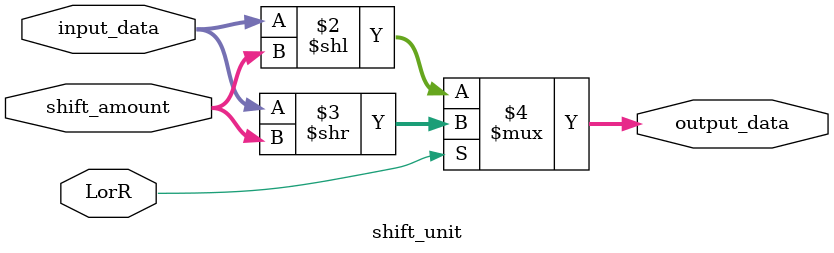
<source format=v>
`timescale 1ns / 1ps
module shift_unit(
			input [3:0] shift_amount, 
			input [15:0] input_data, 
			input LorR, 
			output [15:0] output_data
    );
	 begin
	 assign output_data = (LorR == 0) ? {input_data<<shift_amount} : {input_data>>shift_amount};
	 end
endmodule

</source>
